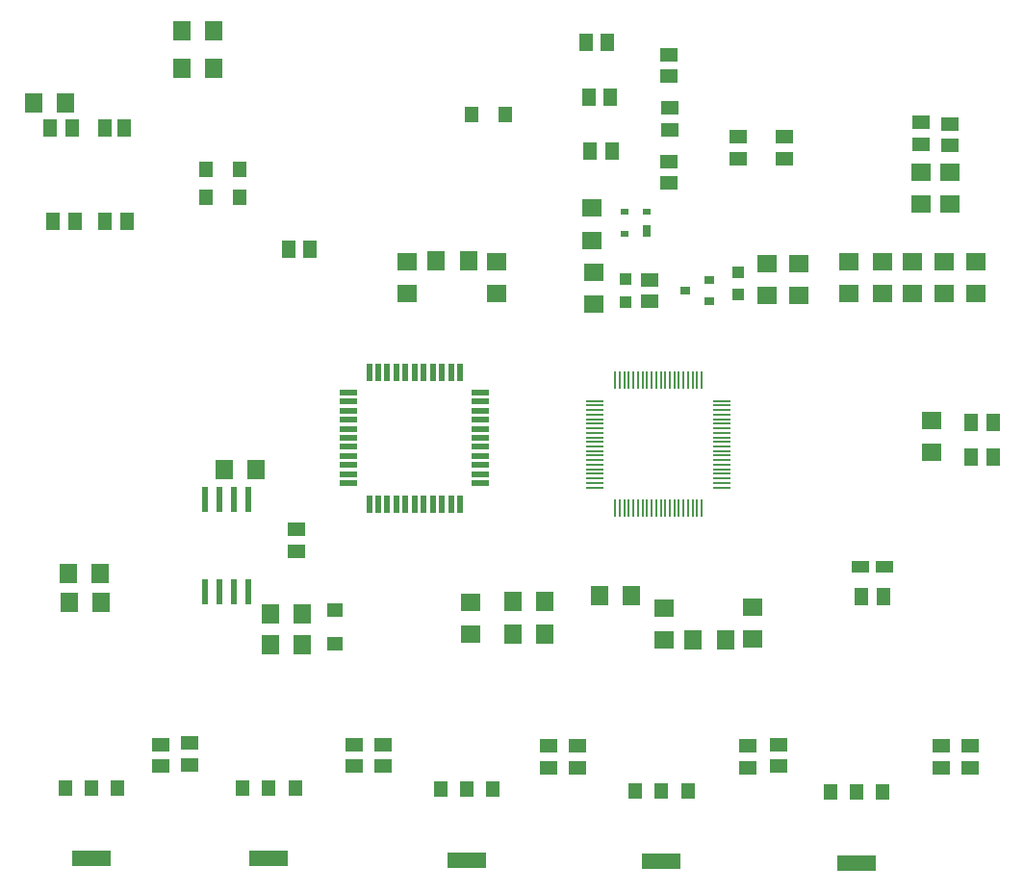
<source format=gtp>
G75*
%MOIN*%
%OFA0B0*%
%FSLAX24Y24*%
%IPPOS*%
%LPD*%
%AMOC8*
5,1,8,0,0,1.08239X$1,22.5*
%
%ADD10R,0.0630X0.0710*%
%ADD11R,0.0591X0.0512*%
%ADD12R,0.0512X0.0591*%
%ADD13R,0.0630X0.0709*%
%ADD14R,0.0710X0.0630*%
%ADD15R,0.0709X0.0630*%
%ADD16R,0.0630X0.0098*%
%ADD17R,0.0098X0.0630*%
%ADD18R,0.0394X0.0394*%
%ADD19R,0.0354X0.0315*%
%ADD20R,0.0591X0.0394*%
%ADD21R,0.0472X0.0551*%
%ADD22R,0.1378X0.0551*%
%ADD23R,0.0276X0.0394*%
%ADD24R,0.0276X0.0236*%
%ADD25R,0.0591X0.0197*%
%ADD26R,0.0197X0.0591*%
%ADD27R,0.0551X0.0472*%
%ADD28R,0.0240X0.0870*%
D10*
X009790Y008750D03*
X009790Y009800D03*
X010910Y009800D03*
X010910Y008750D03*
X009310Y014800D03*
X008190Y014800D03*
X015540Y022050D03*
X016660Y022050D03*
X024440Y008900D03*
X025560Y008900D03*
D11*
X026350Y005224D03*
X027400Y005274D03*
X027400Y004526D03*
X026350Y004476D03*
X020450Y004476D03*
X020450Y005224D03*
X019450Y005224D03*
X019450Y004476D03*
X013700Y004526D03*
X013700Y005274D03*
X012700Y005274D03*
X012700Y004526D03*
X007000Y004576D03*
X007000Y005324D03*
X006000Y005274D03*
X006000Y004526D03*
X010700Y011976D03*
X010700Y012724D03*
X022950Y020626D03*
X022950Y021374D03*
X023600Y024726D03*
X023600Y025474D03*
X023650Y026576D03*
X023650Y027324D03*
X023600Y028426D03*
X023600Y029174D03*
X026000Y026324D03*
X026000Y025576D03*
X027600Y025576D03*
X027600Y026324D03*
X032350Y026076D03*
X032350Y026824D03*
X033350Y026774D03*
X033350Y026026D03*
X033050Y005224D03*
X034050Y005224D03*
X034050Y004476D03*
X033050Y004476D03*
D12*
X031024Y010400D03*
X030276Y010400D03*
X034076Y015250D03*
X034824Y015250D03*
X034824Y016450D03*
X034076Y016450D03*
X021624Y025850D03*
X020876Y025850D03*
X020826Y027700D03*
X021574Y027700D03*
X021474Y029600D03*
X020726Y029600D03*
X011174Y022450D03*
X010426Y022450D03*
X004824Y023400D03*
X004076Y023400D03*
X003024Y023400D03*
X002276Y023400D03*
X002176Y026650D03*
X002924Y026650D03*
X004065Y026650D03*
X004735Y026650D03*
D13*
X002701Y027500D03*
X001599Y027500D03*
X006749Y028700D03*
X007851Y028700D03*
X007851Y030000D03*
X006749Y030000D03*
X003901Y011200D03*
X002799Y011200D03*
X002849Y010200D03*
X003951Y010200D03*
X018199Y010250D03*
X019301Y010250D03*
X019301Y009100D03*
X018199Y009100D03*
X021199Y010450D03*
X022301Y010450D03*
D14*
X016750Y010210D03*
X016750Y009090D03*
X020950Y022740D03*
X020950Y023860D03*
X032350Y023990D03*
X033350Y023990D03*
X033350Y025110D03*
X032350Y025110D03*
D15*
X032050Y022001D03*
X031000Y022001D03*
X029850Y022001D03*
X029850Y020899D03*
X031000Y020899D03*
X032050Y020899D03*
X033150Y020899D03*
X034250Y020899D03*
X034250Y022001D03*
X033150Y022001D03*
X028100Y021951D03*
X027000Y021951D03*
X027000Y020849D03*
X028100Y020849D03*
X032700Y016501D03*
X032700Y015399D03*
X026500Y010051D03*
X026500Y008949D03*
X023450Y008899D03*
X023450Y010001D03*
X021000Y020549D03*
X021000Y021651D03*
X017650Y022001D03*
X017650Y020899D03*
X014550Y020899D03*
X014550Y022001D03*
D16*
X021039Y017176D03*
X021039Y017019D03*
X021039Y016861D03*
X021039Y016704D03*
X021039Y016546D03*
X021039Y016389D03*
X021039Y016232D03*
X021039Y016074D03*
X021039Y015917D03*
X021039Y015759D03*
X021039Y015602D03*
X021039Y015444D03*
X021039Y015287D03*
X021039Y015129D03*
X021039Y014972D03*
X021039Y014814D03*
X021039Y014657D03*
X021039Y014499D03*
X021039Y014342D03*
X021039Y014184D03*
X025449Y014184D03*
X025449Y014342D03*
X025449Y014499D03*
X025449Y014657D03*
X025449Y014814D03*
X025449Y014972D03*
X025449Y015129D03*
X025449Y015287D03*
X025449Y015444D03*
X025449Y015602D03*
X025449Y015759D03*
X025449Y015917D03*
X025449Y016074D03*
X025449Y016232D03*
X025449Y016389D03*
X025449Y016546D03*
X025449Y016704D03*
X025449Y016861D03*
X025449Y017019D03*
X025449Y017176D03*
D17*
X024740Y017885D03*
X024583Y017885D03*
X024425Y017885D03*
X024268Y017885D03*
X024110Y017885D03*
X023953Y017885D03*
X023795Y017885D03*
X023638Y017885D03*
X023480Y017885D03*
X023323Y017885D03*
X023165Y017885D03*
X023008Y017885D03*
X022850Y017885D03*
X022693Y017885D03*
X022535Y017885D03*
X022378Y017885D03*
X022220Y017885D03*
X022063Y017885D03*
X021905Y017885D03*
X021748Y017885D03*
X021748Y013476D03*
X021905Y013476D03*
X022063Y013476D03*
X022220Y013476D03*
X022378Y013476D03*
X022535Y013476D03*
X022693Y013476D03*
X022850Y013476D03*
X023008Y013476D03*
X023165Y013476D03*
X023323Y013476D03*
X023480Y013476D03*
X023638Y013476D03*
X023795Y013476D03*
X023953Y013476D03*
X024110Y013476D03*
X024268Y013476D03*
X024425Y013476D03*
X024583Y013476D03*
X024740Y013476D03*
D18*
X022100Y020606D03*
X022100Y021394D03*
X026000Y021644D03*
X026000Y020856D03*
D19*
X024994Y020626D03*
X024994Y021374D03*
X024167Y021000D03*
D20*
X030236Y011450D03*
X031064Y011450D03*
D21*
X031010Y003620D03*
X030100Y003620D03*
X029190Y003620D03*
X024260Y003670D03*
X023350Y003670D03*
X022440Y003670D03*
X017510Y003720D03*
X016600Y003720D03*
X015690Y003720D03*
X010660Y003770D03*
X009750Y003770D03*
X008840Y003770D03*
X004510Y003770D03*
X003600Y003770D03*
X002690Y003770D03*
X007559Y024250D03*
X007559Y025200D03*
X008741Y025200D03*
X008741Y024250D03*
X016759Y027100D03*
X017941Y027100D03*
D22*
X003600Y001330D03*
X009750Y001330D03*
X016600Y001280D03*
X023350Y001230D03*
X030100Y001180D03*
D23*
X022844Y023055D03*
D24*
X022844Y023724D03*
X022056Y023724D03*
X022056Y022976D03*
D25*
X017083Y017475D03*
X017083Y017160D03*
X017083Y016845D03*
X017083Y016530D03*
X017083Y016215D03*
X017083Y015900D03*
X017083Y015585D03*
X017083Y015270D03*
X017083Y014955D03*
X017083Y014640D03*
X017083Y014325D03*
X012517Y014325D03*
X012517Y014640D03*
X012517Y014955D03*
X012517Y015270D03*
X012517Y015585D03*
X012517Y015900D03*
X012517Y016215D03*
X012517Y016530D03*
X012517Y016845D03*
X012517Y017160D03*
X012517Y017475D03*
D26*
X013225Y018183D03*
X013540Y018183D03*
X013855Y018183D03*
X014170Y018183D03*
X014485Y018183D03*
X014800Y018183D03*
X015115Y018183D03*
X015430Y018183D03*
X015745Y018183D03*
X016060Y018183D03*
X016375Y018183D03*
X016375Y013617D03*
X016060Y013617D03*
X015745Y013617D03*
X015430Y013617D03*
X015115Y013617D03*
X014800Y013617D03*
X014485Y013617D03*
X014170Y013617D03*
X013855Y013617D03*
X013540Y013617D03*
X013225Y013617D03*
D27*
X012050Y009941D03*
X012050Y008759D03*
D28*
X009050Y010570D03*
X008550Y010570D03*
X008050Y010570D03*
X007550Y010570D03*
X007550Y013755D03*
X008050Y013755D03*
X008550Y013755D03*
X009050Y013755D03*
M02*

</source>
